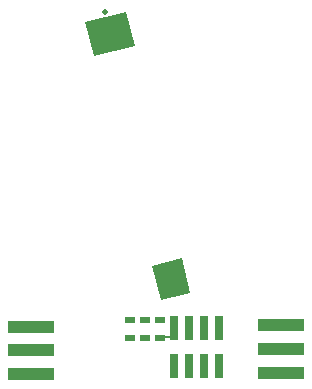
<source format=gbs>
G04 #@! TF.FileFunction,Soldermask,Bot*
%FSLAX46Y46*%
G04 Gerber Fmt 4.6, Leading zero omitted, Abs format (unit mm)*
G04 Created by KiCad (PCBNEW 4.0.0-rc2-stable) date 3/3/2016 3:44:55 PM*
%MOMM*%
G01*
G04 APERTURE LIST*
%ADD10C,0.150000*%
%ADD11R,4.000000X1.000000*%
%ADD12C,0.600000*%
%ADD13C,0.500000*%
%ADD14R,0.760000X2.000000*%
%ADD15R,0.740000X2.000000*%
%ADD16R,0.900000X0.600000*%
%ADD17R,0.900000X0.200000*%
G04 APERTURE END LIST*
D10*
D11*
X70182240Y-50103065D03*
X70182240Y-48103065D03*
X70182240Y-46103065D03*
D12*
X69182240Y-50103065D03*
X69182240Y-48103065D03*
X69182240Y-46103065D03*
D11*
X49034782Y-46206337D03*
X49034782Y-48206337D03*
X49034782Y-50206337D03*
D12*
X50034782Y-46206337D03*
X50034782Y-48206337D03*
X50034782Y-50206337D03*
D10*
G36*
X60007079Y-43963937D02*
X59281315Y-41053049D01*
X61804085Y-40424053D01*
X62529849Y-43334941D01*
X60007079Y-43963937D01*
X60007079Y-43963937D01*
G37*
G36*
X54344814Y-23320565D02*
X53619049Y-20409678D01*
X57112114Y-19538761D01*
X57837879Y-22449648D01*
X54344814Y-23320565D01*
X54344814Y-23320565D01*
G37*
D13*
X55268813Y-19586101D03*
D14*
X61149040Y-49532716D03*
X62419040Y-49532716D03*
X63689040Y-49532716D03*
X64959040Y-49532716D03*
X61149040Y-46332716D03*
X62419040Y-46332716D03*
X63689040Y-46332716D03*
D15*
X64959040Y-46332716D03*
D16*
X59954040Y-45632716D03*
X59954040Y-47132716D03*
X58704040Y-47132716D03*
X58704040Y-45632716D03*
X57454040Y-45632716D03*
X57454040Y-47132716D03*
D17*
X60604040Y-47082716D03*
M02*

</source>
